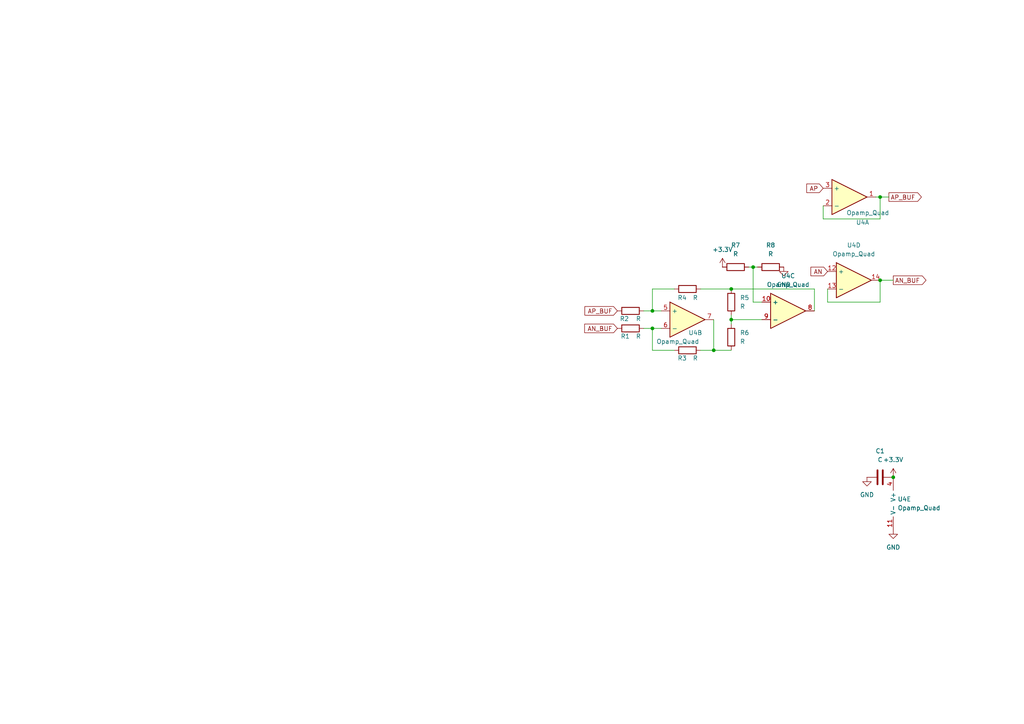
<source format=kicad_sch>
(kicad_sch (version 20231120) (generator "eeschema") (generator_version "8.0")
  (paper "A4")
  (lib_symbols
    (symbol "Device:C" (pin_numbers hide) (pin_names (offset 0.254))
      (property "Reference" "C" (at 0.635 2.54 0))
      (property "Value" "C" (at 0.635 -2.54 0))
      (symbol "C_0_1"
        (polyline (pts (xy -2.032 -0.762) (xy 2.032 -0.762)) (stroke (width 0.508)))
        (polyline (pts (xy -2.032 0.762) (xy 2.032 0.762)) (stroke (width 0.508)))
      )
      (symbol "C_1_1"
        (pin passive line (at 0 3.81 270) (length 2.794) (name "~") (number "1"))
        (pin passive line (at 0 -3.81 90) (length 2.794) (name "~") (number "2"))
      )
    )
    (symbol "Device:Opamp_Quad"
      (property "Reference" "U" (at 0 5.08 0))
      (property "Value" "Opamp_Quad" (at 0 -5.08 0))
      (symbol "Opamp_Quad_1_1"
        (polyline (pts (xy -5.08 5.08) (xy 5.08 0) (xy -5.08 -5.08) (xy -5.08 5.08)) (stroke (width 0.254)) (fill (type background)))
        (pin output line (at 7.62 0 180) (length 2.54) (name "~") (number "1"))
        (pin input line (at -7.62 -2.54 0) (length 2.54) (name "-") (number "2"))
        (pin input line (at -7.62 2.54 0) (length 2.54) (name "+") (number "3"))
      )
      (symbol "Opamp_Quad_2_1"
        (polyline (pts (xy -5.08 5.08) (xy 5.08 0) (xy -5.08 -5.08) (xy -5.08 5.08)) (stroke (width 0.254)) (fill (type background)))
        (pin input line (at -7.62 2.54 0) (length 2.54) (name "+") (number "5"))
        (pin input line (at -7.62 -2.54 0) (length 2.54) (name "-") (number "6"))
        (pin output line (at 7.62 0 180) (length 2.54) (name "~") (number "7"))
      )
      (symbol "Opamp_Quad_3_1"
        (polyline (pts (xy -5.08 5.08) (xy 5.08 0) (xy -5.08 -5.08) (xy -5.08 5.08)) (stroke (width 0.254)) (fill (type background)))
        (pin input line (at -7.62 2.54 0) (length 2.54) (name "+") (number "10"))
        (pin output line (at 7.62 0 180) (length 2.54) (name "~") (number "8"))
        (pin input line (at -7.62 -2.54 0) (length 2.54) (name "-") (number "9"))
      )
      (symbol "Opamp_Quad_4_1"
        (polyline (pts (xy -5.08 5.08) (xy 5.08 0) (xy -5.08 -5.08) (xy -5.08 5.08)) (stroke (width 0.254)) (fill (type background)))
        (pin input line (at -7.62 2.54 0) (length 2.54) (name "+") (number "12"))
        (pin input line (at -7.62 -2.54 0) (length 2.54) (name "-") (number "13"))
        (pin output line (at 7.62 0 180) (length 2.54) (name "~") (number "14"))
      )
      (symbol "Opamp_Quad_5_1"
        (pin power_in line (at -2.54 -7.62 90) (length 3.81) (name "V-") (number "11"))
        (pin power_in line (at -2.54 7.62 270) (length 3.81) (name "V+") (number "4"))
      )
    )
    (symbol "Device:R" (pin_numbers hide) (pin_names (offset 0))
      (property "Reference" "R" (at 2.032 0 90))
      (property "Value" "R" (at 0 0 90))
      (symbol "R_0_1"
        (rectangle (start -1.016 -2.54) (end 1.016 2.54) (stroke (width 0.254)))
      )
      (symbol "R_1_1"
        (pin passive line (at 0 3.81 270) (length 1.27) (name "~") (number "1"))
        (pin passive line (at 0 -3.81 90) (length 1.27) (name "~") (number "2"))
      )
    )
    (symbol "power:+3.3V" (power) (pin_numbers hide) (pin_names (offset 0) hide)
      (property "Value" "+3.3V" (at 0 3.556 0))
      (symbol "+3.3V_0_1"
        (polyline (pts (xy -0.762 1.27) (xy 0 2.54)))
        (polyline (pts (xy 0 0) (xy 0 2.54)))
        (polyline (pts (xy 0 2.54) (xy 0.762 1.27)))
      )
      (symbol "+3.3V_1_1"
        (pin power_in line (at 0 0 90) (length 0) (name "~") (number "1"))
      )
    )
    (symbol "power:GND" (power) (pin_numbers hide) (pin_names (offset 0) hide)
      (property "Value" "GND" (at 0 -3.81 0))
      (symbol "GND_0_1"
        (polyline (pts (xy 0 0) (xy 0 -1.27) (xy 1.27 -1.27) (xy 0 -2.54) (xy -1.27 -1.27) (xy 0 -1.27)))
      )
      (symbol "GND_1_1"
        (pin power_in line (at 0 0 270) (length 0) (name "~") (number "1"))
      )
    )
  )
  (junction (at 212.09 83.82))
  (junction (at 255.27 57.15))
  (junction (at 255.27 81.28))
  (junction (at 218.44 77.47))
  (junction (at 212.09 92.71))
  (junction (at 189.23 90.17))
  (junction (at 207.01 101.6))
  (junction (at 189.23 95.25))
  (junction (at 259.08 138.43))
  (wire (pts (xy 218.44 77.47) (xy 218.44 87.63)))
  (wire (pts (xy 207.01 101.6) (xy 207.01 92.71)))
  (wire (pts (xy 186.69 90.17) (xy 189.23 90.17)))
  (wire (pts (xy 189.23 95.25) (xy 191.77 95.25)))
  (wire (pts (xy 189.23 90.17) (xy 191.77 90.17)))
  (wire (pts (xy 218.44 87.63) (xy 220.98 87.63)))
  (wire (pts (xy 189.23 83.82) (xy 195.58 83.82)))
  (wire (pts (xy 255.27 87.63) (xy 240.03 87.63)))
  (wire (pts (xy 255.27 57.15) (xy 254 57.15)))
  (wire (pts (xy 212.09 92.71) (xy 212.09 93.98)))
  (wire (pts (xy 236.22 83.82) (xy 236.22 90.17)))
  (wire (pts (xy 212.09 92.71) (xy 220.98 92.71)))
  (wire (pts (xy 189.23 95.25) (xy 189.23 101.6)))
  (wire (pts (xy 203.2 101.6) (xy 207.01 101.6)))
  (wire (pts (xy 255.27 81.28) (xy 255.27 87.63)))
  (wire (pts (xy 189.23 90.17) (xy 189.23 83.82)))
  (wire (pts (xy 240.03 87.63) (xy 240.03 83.82)))
  (wire (pts (xy 186.69 95.25) (xy 189.23 95.25)))
  (wire (pts (xy 212.09 91.44) (xy 212.09 92.71)))
  (wire (pts (xy 255.27 57.15) (xy 257.81 57.15)))
  (wire (pts (xy 207.01 101.6) (xy 212.09 101.6)))
  (wire (pts (xy 189.23 101.6) (xy 195.58 101.6)))
  (wire (pts (xy 203.2 83.82) (xy 212.09 83.82)))
  (wire (pts (xy 238.76 59.69) (xy 238.76 63.5)))
  (wire (pts (xy 255.27 57.15) (xy 255.27 63.5)))
  (wire (pts (xy 255.27 63.5) (xy 238.76 63.5)))
  (wire (pts (xy 212.09 83.82) (xy 236.22 83.82)))
  (wire (pts (xy 218.44 77.47) (xy 219.71 77.47)))
  (wire (pts (xy 217.17 77.47) (xy 218.44 77.47)))
  (wire (pts (xy 255.27 81.28) (xy 259.08 81.28)))
  (global_label "AP_BUF" (shape input) (at 179.07 90.17 180) (property "Intersheetrefs" "${INTERSHEET_REFS}" (effects (hide yes))))
  (global_label "AP" (shape input) (at 238.76 54.61 180) (property "Intersheetrefs" "${INTERSHEET_REFS}" (effects (hide yes))))
  (global_label "AN_BUF" (shape output) (at 259.08 81.28 0) (property "Intersheetrefs" "${INTERSHEET_REFS}" (effects (hide yes))))
  (global_label "AP_BUF" (shape output) (at 257.81 57.15 0) (property "Intersheetrefs" "${INTERSHEET_REFS}" (effects (hide yes))))
  (global_label "AN_BUF" (shape input) (at 179.07 95.25 180) (property "Intersheetrefs" "${INTERSHEET_REFS}" (effects (hide yes))))
  (global_label "AN" (shape input) (at 240.03 78.74 180) (property "Intersheetrefs" "${INTERSHEET_REFS}" (effects (hide yes))))
  (symbol (lib_id "power:GND") (at 251.46 138.43 0) (unit 1)
    (property "Reference" "#PWR02" (effects (hide yes)))
    (property "Value" "GND" (at 251.46 143.51 0))
    (property "Description" "Power symbol creates a global label with name \"GND\" , ground" (effects (hide yes)))
  )
  (symbol (lib_id "Device:Opamp_Quad") (at 247.65 81.28 0) (unit 4)
    (property "Reference" "U4" (at 247.65 71.12 0))
    (property "Value" "Opamp_Quad" (at 247.65 73.66 0))
    (property "Footprint" "Package_SO:SOIC-14_3.9x8.7mm_P1.27mm" (effects (hide yes)))
    (property "Description" "Quad operational amplifier" (effects (hide yes)))
    (property "Sim.Library" "${KICAD7_SYMBOL_DIR}/Simulation_SPICE.sp" (effects (hide yes)))
    (property "Sim.Name" "kicad_builtin_opamp_quad" (effects (hide yes)))
    (property "Sim.Device" "SUBCKT" (effects (hide yes)))
    (property "Sim.Pins" "1=out1 2=in1- 3=in1+ 4=vcc 5=in2+ 6=in2- 7=out2 8=out3 9=in3- 10=in3+ 11=vee 12=in4+ 13=in4- 14=out4" (effects (hide yes)))
  )
  (symbol (lib_id "Device:R") (at 212.09 97.79 0) (unit 1)
    (property "Reference" "R6" (at 214.63 96.5199 0) (effects (justify left)))
    (property "Value" "R" (at 214.63 99.0599 0) (effects (justify left)))
    (property "Footprint" "Resistor_SMD:R_0603_1608Metric" (effects (hide yes)))
    (property "Description" "Resistor" (effects (hide yes)))
  )
  (symbol (lib_id "Device:C") (at 255.27 138.43 270) (unit 1)
    (property "Reference" "C1" (at 255.27 130.81 90))
    (property "Value" "C" (at 255.27 133.35 90))
    (property "Footprint" "Capacitor_SMD:C_0603_1608Metric" (effects (hide yes)))
    (property "Description" "Unpolarized capacitor" (effects (hide yes)))
  )
  (symbol (lib_id "Device:R") (at 199.39 83.82 90) (unit 1)
    (property "Reference" "R4" (at 197.866 86.36 90))
    (property "Value" "R" (at 201.676 86.36 90))
    (property "Footprint" "Resistor_SMD:R_0603_1608Metric" (effects (hide yes)))
    (property "Description" "Resistor" (effects (hide yes)))
  )
  (symbol (lib_id "Device:R") (at 182.88 95.25 90) (unit 1)
    (property "Reference" "R1" (at 181.356 97.536 90))
    (property "Value" "R" (at 185.166 97.536 90))
    (property "Footprint" "Resistor_SMD:R_0603_1608Metric" (effects (hide yes)))
    (property "Description" "Resistor" (effects (hide yes)))
  )
  (symbol (lib_id "Device:R") (at 182.88 90.17 90) (unit 1)
    (property "Reference" "R2" (at 181.102 92.456 90))
    (property "Value" "R" (at 185.166 92.456 90))
    (property "Footprint" "Resistor_SMD:R_0603_1608Metric" (effects (hide yes)))
    (property "Description" "Resistor" (effects (hide yes)))
  )
  (symbol (lib_id "Device:Opamp_Quad") (at 228.6 90.17 0) (unit 3)
    (property "Reference" "U4" (at 228.6 80.01 0))
    (property "Value" "Opamp_Quad" (at 228.6 82.55 0))
    (property "Footprint" "Package_SO:SOIC-14_3.9x8.7mm_P1.27mm" (effects (hide yes)))
    (property "Description" "Quad operational amplifier" (effects (hide yes)))
    (property "Sim.Library" "${KICAD7_SYMBOL_DIR}/Simulation_SPICE.sp" (effects (hide yes)))
    (property "Sim.Name" "kicad_builtin_opamp_quad" (effects (hide yes)))
    (property "Sim.Device" "SUBCKT" (effects (hide yes)))
    (property "Sim.Pins" "1=out1 2=in1- 3=in1+ 4=vcc 5=in2+ 6=in2- 7=out2 8=out3 9=in3- 10=in3+ 11=vee 12=in4+ 13=in4- 14=out4" (effects (hide yes)))
  )
  (symbol (lib_id "Device:R") (at 213.36 77.47 90) (unit 1)
    (property "Reference" "R7" (at 213.36 71.12 90))
    (property "Value" "R" (at 213.36 73.66 90))
    (property "Footprint" "Resistor_SMD:R_0603_1608Metric" (effects (hide yes)))
    (property "Description" "Resistor" (effects (hide yes)))
  )
  (symbol (lib_id "power:GND") (at 227.33 77.47 0) (unit 1)
    (property "Reference" "#PWR03" (effects (hide yes)))
    (property "Value" "GND" (at 227.33 82.55 0))
    (property "Description" "Power symbol creates a global label with name \"GND\" , ground" (effects (hide yes)))
  )
  (symbol (lib_id "Device:Opamp_Quad") (at 199.39 92.71 0) (unit 2)
    (property "Reference" "U4" (at 201.676 96.52 0))
    (property "Value" "Opamp_Quad" (at 196.596 99.06 0))
    (property "Footprint" "Package_SO:SOIC-14_3.9x8.7mm_P1.27mm" (effects (hide yes)))
    (property "Description" "Quad operational amplifier" (effects (hide yes)))
    (property "Sim.Library" "${KICAD7_SYMBOL_DIR}/Simulation_SPICE.sp" (effects (hide yes)))
    (property "Sim.Name" "kicad_builtin_opamp_quad" (effects (hide yes)))
    (property "Sim.Device" "SUBCKT" (effects (hide yes)))
    (property "Sim.Pins" "1=out1 2=in1- 3=in1+ 4=vcc 5=in2+ 6=in2- 7=out2 8=out3 9=in3- 10=in3+ 11=vee 12=in4+ 13=in4- 14=out4" (effects (hide yes)))
  )
  (symbol (lib_id "power:+3.3V") (at 259.08 138.43 0) (unit 1)
    (property "Reference" "#PWR05" (effects (hide yes)))
    (property "Value" "+3.3V" (at 259.08 133.35 0))
    (property "Description" "Power symbol creates a global label with name \"+3.3V\"" (effects (hide yes)))
  )
  (symbol (lib_id "Device:R") (at 199.39 101.6 90) (unit 1)
    (property "Reference" "R3" (at 197.866 103.886 90))
    (property "Value" "R" (at 201.676 103.886 90))
    (property "Footprint" "Resistor_SMD:R_0603_1608Metric" (effects (hide yes)))
    (property "Description" "Resistor" (effects (hide yes)))
  )
  (symbol (lib_id "Device:Opamp_Quad") (at 246.38 57.15 0) (unit 1)
    (property "Reference" "U4" (at 250.19 64.516 0))
    (property "Value" "Opamp_Quad" (at 251.714 61.722 0))
    (property "Footprint" "Package_SO:SOIC-14_3.9x8.7mm_P1.27mm" (effects (hide yes)))
    (property "Description" "Quad operational amplifier" (effects (hide yes)))
    (property "Sim.Library" "${KICAD7_SYMBOL_DIR}/Simulation_SPICE.sp" (effects (hide yes)))
    (property "Sim.Name" "kicad_builtin_opamp_quad" (effects (hide yes)))
    (property "Sim.Device" "SUBCKT" (effects (hide yes)))
    (property "Sim.Pins" "1=out1 2=in1- 3=in1+ 4=vcc 5=in2+ 6=in2- 7=out2 8=out3 9=in3- 10=in3+ 11=vee 12=in4+ 13=in4- 14=out4" (effects (hide yes)))
  )
  (symbol (lib_id "Device:R") (at 223.52 77.47 90) (unit 1)
    (property "Reference" "R8" (at 223.52 71.12 90))
    (property "Value" "R" (at 223.52 73.66 90))
    (property "Footprint" "Resistor_SMD:R_0603_1608Metric" (effects (hide yes)))
    (property "Description" "Resistor" (effects (hide yes)))
  )
  (symbol (lib_id "Device:Opamp_Quad") (at 261.62 146.05 0) (unit 5)
    (property "Reference" "U4" (at 260.35 144.7799 0) (effects (justify left)))
    (property "Value" "Opamp_Quad" (at 260.35 147.3199 0) (effects (justify left)))
    (property "Footprint" "Package_SO:SOIC-14_3.9x8.7mm_P1.27mm" (effects (hide yes)))
    (property "Description" "Quad operational amplifier" (effects (hide yes)))
    (property "Sim.Library" "${KICAD7_SYMBOL_DIR}/Simulation_SPICE.sp" (effects (hide yes)))
    (property "Sim.Name" "kicad_builtin_opamp_quad" (effects (hide yes)))
    (property "Sim.Device" "SUBCKT" (effects (hide yes)))
    (property "Sim.Pins" "1=out1 2=in1- 3=in1+ 4=vcc 5=in2+ 6=in2- 7=out2 8=out3 9=in3- 10=in3+ 11=vee 12=in4+ 13=in4- 14=out4" (effects (hide yes)))
  )
  (symbol (lib_id "power:GND") (at 259.08 153.67 0) (unit 1)
    (property "Reference" "#PWR01" (effects (hide yes)))
    (property "Value" "GND" (at 259.08 158.75 0))
    (property "Description" "Power symbol creates a global label with name \"GND\" , ground" (effects (hide yes)))
  )
  (symbol (lib_id "power:+3.3V") (at 209.55 77.47 0) (unit 1)
    (property "Reference" "#PWR04" (effects (hide yes)))
    (property "Value" "+3.3V" (at 209.55 72.39 0))
    (property "Description" "Power symbol creates a global label with name \"+3.3V\"" (effects (hide yes)))
  )
  (symbol (lib_id "Device:R") (at 212.09 87.63 0) (unit 1)
    (property "Reference" "R5" (at 214.63 86.3599 0) (effects (justify left)))
    (property "Value" "R" (at 214.63 88.8999 0) (effects (justify left)))
    (property "Footprint" "Resistor_SMD:R_0603_1608Metric" (effects (hide yes)))
    (property "Description" "Resistor" (effects (hide yes)))
  )
)
</source>
